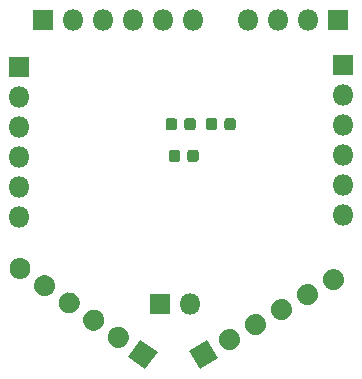
<source format=gbr>
%TF.GenerationSoftware,KiCad,Pcbnew,(5.1.6)-1*%
%TF.CreationDate,2020-11-24T16:57:48+08:00*%
%TF.ProjectId,BCG_mini_c8t6,4243475f-6d69-46e6-995f-633874362e6b,rev?*%
%TF.SameCoordinates,Original*%
%TF.FileFunction,Soldermask,Bot*%
%TF.FilePolarity,Negative*%
%FSLAX46Y46*%
G04 Gerber Fmt 4.6, Leading zero omitted, Abs format (unit mm)*
G04 Created by KiCad (PCBNEW (5.1.6)-1) date 2020-11-24 16:57:48*
%MOMM*%
%LPD*%
G01*
G04 APERTURE LIST*
%ADD10O,1.800000X1.800000*%
%ADD11R,1.800000X1.800000*%
%ADD12C,0.100000*%
G04 APERTURE END LIST*
D10*
%TO.C,J5*%
X149961600Y-106781600D03*
X149961600Y-104241600D03*
X149961600Y-101701600D03*
X149961600Y-99161600D03*
X149961600Y-96621600D03*
D11*
X149961600Y-94081600D03*
%TD*%
%TO.C,C1*%
G36*
G01*
X139349200Y-98778750D02*
X139349200Y-99341250D01*
G75*
G02*
X139105450Y-99585000I-243750J0D01*
G01*
X138617950Y-99585000D01*
G75*
G02*
X138374200Y-99341250I0J243750D01*
G01*
X138374200Y-98778750D01*
G75*
G02*
X138617950Y-98535000I243750J0D01*
G01*
X139105450Y-98535000D01*
G75*
G02*
X139349200Y-98778750I0J-243750D01*
G01*
G37*
G36*
G01*
X140924200Y-98778750D02*
X140924200Y-99341250D01*
G75*
G02*
X140680450Y-99585000I-243750J0D01*
G01*
X140192950Y-99585000D01*
G75*
G02*
X139949200Y-99341250I0J243750D01*
G01*
X139949200Y-98778750D01*
G75*
G02*
X140192950Y-98535000I243750J0D01*
G01*
X140680450Y-98535000D01*
G75*
G02*
X140924200Y-98778750I0J-243750D01*
G01*
G37*
%TD*%
%TO.C,C2*%
G36*
G01*
X135224600Y-102033650D02*
X135224600Y-101471150D01*
G75*
G02*
X135468350Y-101227400I243750J0D01*
G01*
X135955850Y-101227400D01*
G75*
G02*
X136199600Y-101471150I0J-243750D01*
G01*
X136199600Y-102033650D01*
G75*
G02*
X135955850Y-102277400I-243750J0D01*
G01*
X135468350Y-102277400D01*
G75*
G02*
X135224600Y-102033650I0J243750D01*
G01*
G37*
G36*
G01*
X136799600Y-102033650D02*
X136799600Y-101471150D01*
G75*
G02*
X137043350Y-101227400I243750J0D01*
G01*
X137530850Y-101227400D01*
G75*
G02*
X137774600Y-101471150I0J-243750D01*
G01*
X137774600Y-102033650D01*
G75*
G02*
X137530850Y-102277400I-243750J0D01*
G01*
X137043350Y-102277400D01*
G75*
G02*
X136799600Y-102033650I0J243750D01*
G01*
G37*
%TD*%
%TO.C,J1*%
X149555200Y-90220800D03*
D10*
X147015200Y-90220800D03*
X144475200Y-90220800D03*
X141935200Y-90220800D03*
%TD*%
%TO.C,J2*%
X122580400Y-106934000D03*
X122580400Y-104394000D03*
X122580400Y-101854000D03*
X122580400Y-99314000D03*
X122580400Y-96774000D03*
D11*
X122580400Y-94234000D03*
%TD*%
D12*
%TO.C,J3*%
G36*
X139405423Y-118896623D02*
G01*
X137846577Y-119796623D01*
X136946577Y-118237777D01*
X138505423Y-117337777D01*
X139405423Y-118896623D01*
G37*
G36*
G01*
X140825705Y-118076623D02*
X140825705Y-118076623D01*
G75*
G02*
X139596282Y-117747200I-450000J779423D01*
G01*
X139596282Y-117747200D01*
G75*
G02*
X139925705Y-116517777I779423J450000D01*
G01*
X139925705Y-116517777D01*
G75*
G02*
X141155128Y-116847200I450000J-779423D01*
G01*
X141155128Y-116847200D01*
G75*
G02*
X140825705Y-118076623I-779423J-450000D01*
G01*
G37*
G36*
G01*
X143025409Y-116806623D02*
X143025409Y-116806623D01*
G75*
G02*
X141795986Y-116477200I-450000J779423D01*
G01*
X141795986Y-116477200D01*
G75*
G02*
X142125409Y-115247777I779423J450000D01*
G01*
X142125409Y-115247777D01*
G75*
G02*
X143354832Y-115577200I450000J-779423D01*
G01*
X143354832Y-115577200D01*
G75*
G02*
X143025409Y-116806623I-779423J-450000D01*
G01*
G37*
G36*
G01*
X145225114Y-115536623D02*
X145225114Y-115536623D01*
G75*
G02*
X143995691Y-115207200I-450000J779423D01*
G01*
X143995691Y-115207200D01*
G75*
G02*
X144325114Y-113977777I779423J450000D01*
G01*
X144325114Y-113977777D01*
G75*
G02*
X145554537Y-114307200I450000J-779423D01*
G01*
X145554537Y-114307200D01*
G75*
G02*
X145225114Y-115536623I-779423J-450000D01*
G01*
G37*
G36*
G01*
X147424818Y-114266623D02*
X147424818Y-114266623D01*
G75*
G02*
X146195395Y-113937200I-450000J779423D01*
G01*
X146195395Y-113937200D01*
G75*
G02*
X146524818Y-112707777I779423J450000D01*
G01*
X146524818Y-112707777D01*
G75*
G02*
X147754241Y-113037200I450000J-779423D01*
G01*
X147754241Y-113037200D01*
G75*
G02*
X147424818Y-114266623I-779423J-450000D01*
G01*
G37*
G36*
G01*
X149624523Y-112996623D02*
X149624523Y-112996623D01*
G75*
G02*
X148395100Y-112667200I-450000J779423D01*
G01*
X148395100Y-112667200D01*
G75*
G02*
X148724523Y-111437777I779423J450000D01*
G01*
X148724523Y-111437777D01*
G75*
G02*
X149953946Y-111767200I450000J-779423D01*
G01*
X149953946Y-111767200D01*
G75*
G02*
X149624523Y-112996623I-779423J-450000D01*
G01*
G37*
%TD*%
%TO.C,J4*%
G36*
X132824182Y-117313744D02*
G01*
X134298656Y-118346182D01*
X133266218Y-119820656D01*
X131791744Y-118788218D01*
X132824182Y-117313744D01*
G37*
G36*
G01*
X131480773Y-116373079D02*
X131480773Y-116373079D01*
G75*
G02*
X131701791Y-117626535I-516219J-737237D01*
G01*
X131701791Y-117626535D01*
G75*
G02*
X130448335Y-117847553I-737237J516219D01*
G01*
X130448335Y-117847553D01*
G75*
G02*
X130227317Y-116594097I516219J737237D01*
G01*
X130227317Y-116594097D01*
G75*
G02*
X131480773Y-116373079I737237J-516219D01*
G01*
G37*
G36*
G01*
X129400127Y-114916195D02*
X129400127Y-114916195D01*
G75*
G02*
X129621145Y-116169651I-516219J-737237D01*
G01*
X129621145Y-116169651D01*
G75*
G02*
X128367689Y-116390669I-737237J516219D01*
G01*
X128367689Y-116390669D01*
G75*
G02*
X128146671Y-115137213I516219J737237D01*
G01*
X128146671Y-115137213D01*
G75*
G02*
X129400127Y-114916195I737237J-516219D01*
G01*
G37*
G36*
G01*
X127319480Y-113459311D02*
X127319480Y-113459311D01*
G75*
G02*
X127540498Y-114712767I-516219J-737237D01*
G01*
X127540498Y-114712767D01*
G75*
G02*
X126287042Y-114933785I-737237J516219D01*
G01*
X126287042Y-114933785D01*
G75*
G02*
X126066024Y-113680329I516219J737237D01*
G01*
X126066024Y-113680329D01*
G75*
G02*
X127319480Y-113459311I737237J-516219D01*
G01*
G37*
G36*
G01*
X125238834Y-112002426D02*
X125238834Y-112002426D01*
G75*
G02*
X125459852Y-113255882I-516219J-737237D01*
G01*
X125459852Y-113255882D01*
G75*
G02*
X124206396Y-113476900I-737237J516219D01*
G01*
X124206396Y-113476900D01*
G75*
G02*
X123985378Y-112223444I516219J737237D01*
G01*
X123985378Y-112223444D01*
G75*
G02*
X125238834Y-112002426I737237J-516219D01*
G01*
G37*
G36*
G01*
X123158188Y-110545542D02*
X123158188Y-110545542D01*
G75*
G02*
X123379206Y-111798998I-516219J-737237D01*
G01*
X123379206Y-111798998D01*
G75*
G02*
X122125750Y-112020016I-737237J516219D01*
G01*
X122125750Y-112020016D01*
G75*
G02*
X121904732Y-110766560I516219J737237D01*
G01*
X121904732Y-110766560D01*
G75*
G02*
X123158188Y-110545542I737237J-516219D01*
G01*
G37*
%TD*%
D11*
%TO.C,J6*%
X124612400Y-90271600D03*
D10*
X127152400Y-90271600D03*
X129692400Y-90271600D03*
X132232400Y-90271600D03*
X134772400Y-90271600D03*
X137312400Y-90271600D03*
%TD*%
D11*
%TO.C,J7*%
X134467600Y-114249200D03*
D10*
X137007600Y-114249200D03*
%TD*%
%TO.C,R2*%
G36*
G01*
X136545600Y-99341250D02*
X136545600Y-98778750D01*
G75*
G02*
X136789350Y-98535000I243750J0D01*
G01*
X137276850Y-98535000D01*
G75*
G02*
X137520600Y-98778750I0J-243750D01*
G01*
X137520600Y-99341250D01*
G75*
G02*
X137276850Y-99585000I-243750J0D01*
G01*
X136789350Y-99585000D01*
G75*
G02*
X136545600Y-99341250I0J243750D01*
G01*
G37*
G36*
G01*
X134970600Y-99341250D02*
X134970600Y-98778750D01*
G75*
G02*
X135214350Y-98535000I243750J0D01*
G01*
X135701850Y-98535000D01*
G75*
G02*
X135945600Y-98778750I0J-243750D01*
G01*
X135945600Y-99341250D01*
G75*
G02*
X135701850Y-99585000I-243750J0D01*
G01*
X135214350Y-99585000D01*
G75*
G02*
X134970600Y-99341250I0J243750D01*
G01*
G37*
%TD*%
M02*

</source>
